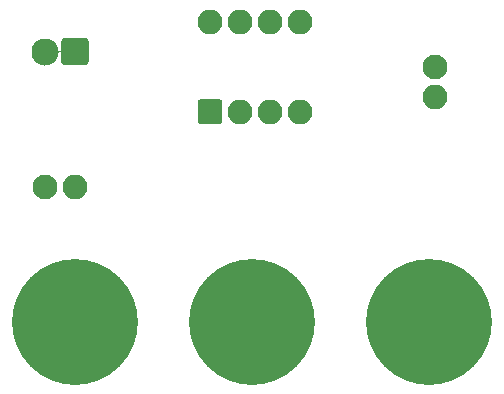
<source format=gbr>
%TF.GenerationSoftware,KiCad,Pcbnew,(5.1.10)-1*%
%TF.CreationDate,2022-06-23T22:49:29+01:00*%
%TF.ProjectId,tutorial1,7475746f-7269-4616-9c31-2e6b69636164,rev?*%
%TF.SameCoordinates,Original*%
%TF.FileFunction,Soldermask,Bot*%
%TF.FilePolarity,Negative*%
%FSLAX46Y46*%
G04 Gerber Fmt 4.6, Leading zero omitted, Abs format (unit mm)*
G04 Created by KiCad (PCBNEW (5.1.10)-1) date 2022-06-23 22:49:29*
%MOMM*%
%LPD*%
G01*
G04 APERTURE LIST*
%ADD10O,2.100000X2.100000*%
%ADD11C,2.100000*%
%ADD12C,10.660000*%
%ADD13C,2.300000*%
%ADD14C,0.100000*%
G04 APERTURE END LIST*
D10*
%TO.C,U1*%
X725170000Y175260000D03*
X732790000Y167640000D03*
X727710000Y175260000D03*
X730250000Y167640000D03*
X730250000Y175260000D03*
X727710000Y167640000D03*
X732790000Y175260000D03*
G36*
G01*
X725970000Y166590000D02*
X724370000Y166590000D01*
G75*
G02*
X724120000Y166840000I0J250000D01*
G01*
X724120000Y168440000D01*
G75*
G02*
X724370000Y168690000I250000J0D01*
G01*
X725970000Y168690000D01*
G75*
G02*
X726220000Y168440000I0J-250000D01*
G01*
X726220000Y166840000D01*
G75*
G02*
X725970000Y166590000I-250000J0D01*
G01*
G37*
%TD*%
%TO.C,R2*%
X713740000Y161290000D03*
D11*
X711200000Y161290000D03*
%TD*%
D10*
%TO.C,R1*%
X744220000Y168910000D03*
D11*
X744220000Y171450000D03*
%TD*%
D12*
%TO.C,J1*%
X728730000Y149860000D03*
X743710000Y149860000D03*
X713740000Y149860000D03*
%TD*%
D13*
%TO.C,D1*%
X711200000Y172720000D03*
G36*
G01*
X714890000Y173620000D02*
X714890000Y171820000D01*
G75*
G02*
X714640000Y171570000I-250000J0D01*
G01*
X712840000Y171570000D01*
G75*
G02*
X712590000Y171820000I0J250000D01*
G01*
X712590000Y173620000D01*
G75*
G02*
X712840000Y173870000I250000J0D01*
G01*
X714640000Y173870000D01*
G75*
G02*
X714890000Y173620000I0J-250000D01*
G01*
G37*
%TD*%
D14*
G36*
X712591165Y172865998D02*
G01*
X712592000Y172864372D01*
X712592000Y172575628D01*
X712591000Y172573896D01*
X712589000Y172573896D01*
X712588010Y172575432D01*
X712585628Y172599619D01*
X712578628Y172622694D01*
X712567263Y172643958D01*
X712551968Y172662595D01*
X712533331Y172677890D01*
X712512067Y172689255D01*
X712488992Y172696255D01*
X712465001Y172698618D01*
X712441010Y172696255D01*
X712417935Y172689255D01*
X712396671Y172677890D01*
X712378034Y172662595D01*
X712362739Y172643958D01*
X712351374Y172622694D01*
X712346098Y172605300D01*
X712344638Y172603933D01*
X712342724Y172604514D01*
X712342222Y172606271D01*
X712342462Y172607479D01*
X712342462Y172832521D01*
X712342222Y172833729D01*
X712342866Y172835623D01*
X712344827Y172836013D01*
X712346098Y172834700D01*
X712351374Y172817306D01*
X712362739Y172796042D01*
X712378034Y172777405D01*
X712396671Y172762110D01*
X712417935Y172750745D01*
X712441010Y172743745D01*
X712465001Y172741382D01*
X712488992Y172743745D01*
X712512067Y172750745D01*
X712533331Y172762110D01*
X712551968Y172777405D01*
X712567263Y172796042D01*
X712578628Y172817306D01*
X712585628Y172840381D01*
X712588010Y172864568D01*
X712589175Y172866194D01*
X712591165Y172865998D01*
G37*
M02*

</source>
